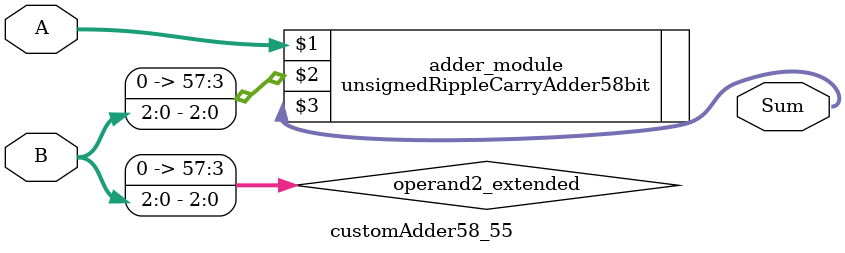
<source format=v>
module customAdder58_55(
                        input [57 : 0] A,
                        input [2 : 0] B,
                        
                        output [58 : 0] Sum
                );

        wire [57 : 0] operand2_extended;
        
        assign operand2_extended =  {55'b0, B};
        
        unsignedRippleCarryAdder58bit adder_module(
            A,
            operand2_extended,
            Sum
        );
        
        endmodule
        
</source>
